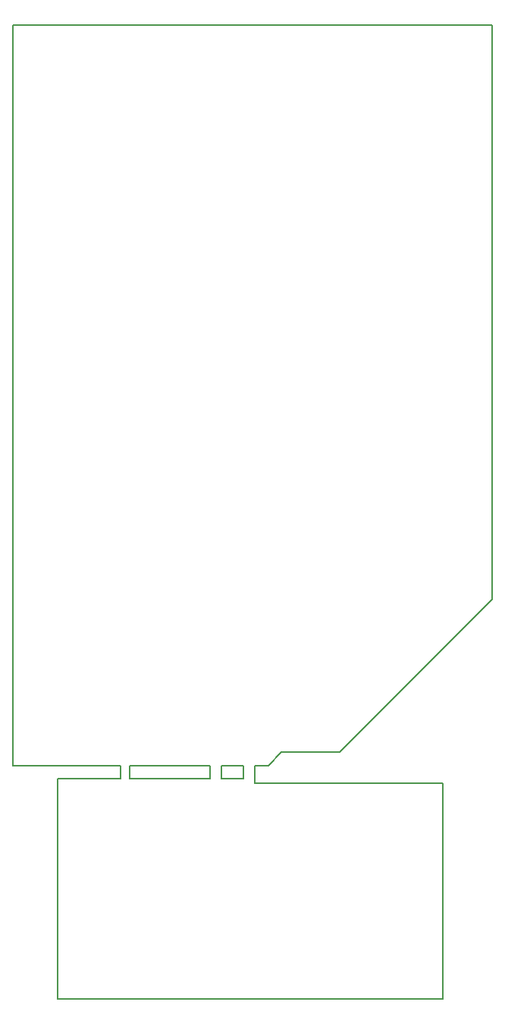
<source format=gm1>
G04 #@! TF.FileFunction,Profile,NP*
%FSLAX46Y46*%
G04 Gerber Fmt 4.6, Leading zero omitted, Abs format (unit mm)*
G04 Created by KiCad (PCBNEW 4.0.5+dfsg1-4) date Mon Feb 20 16:27:22 2017*
%MOMM*%
%LPD*%
G01*
G04 APERTURE LIST*
%ADD10C,0.150000*%
%ADD11C,0.200000*%
G04 APERTURE END LIST*
D10*
D11*
X72000000Y48500000D02*
X72500000Y48500000D01*
X72500000Y50500000D02*
X72000000Y50500000D01*
X72000000Y50500000D02*
X72000000Y48500000D01*
X50000000Y49000000D02*
X50000000Y48500000D01*
X57000000Y49000000D02*
X50000000Y49000000D01*
X57000000Y50500000D02*
X57000000Y49000000D01*
X58000000Y49000000D02*
X58000000Y50500000D01*
X67000000Y49000000D02*
X58000000Y49000000D01*
X67000000Y49000000D02*
X67000000Y50500000D01*
X67000000Y50500000D02*
X58000000Y50500000D01*
X70750000Y49000000D02*
X70750000Y50500000D01*
X68250000Y49000000D02*
X70750000Y49000000D01*
X68250000Y50500000D02*
X68250000Y49000000D01*
X70750000Y50500000D02*
X68250000Y50500000D01*
X45000000Y50500000D02*
X57000000Y50500000D01*
X45000000Y133000000D02*
X45000000Y50500000D01*
X98500000Y133000000D02*
X45000000Y133000000D01*
X98500000Y69000000D02*
X98500000Y133000000D01*
X81500000Y52000000D02*
X98500000Y69000000D01*
X75000000Y52000000D02*
X81500000Y52000000D01*
X73500000Y50500000D02*
X75000000Y52000000D01*
X72500000Y50500000D02*
X73500000Y50500000D01*
X93000000Y48500000D02*
X72500000Y48500000D01*
X93000000Y24500000D02*
X93000000Y48500000D01*
X50000000Y24500000D02*
X93000000Y24500000D01*
X50000000Y48500000D02*
X50000000Y24500000D01*
M02*

</source>
